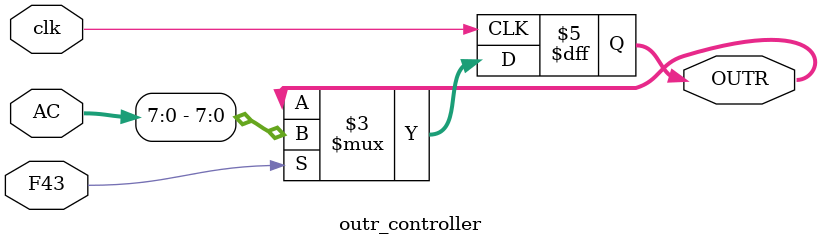
<source format=v>
`timescale 1ns / 1ps
module outr_controller (
    input wire clk,
    input wire F43,                // Control signal
    input wire [15:0] AC,          // 16-bit input register
    output reg [7:0] OUTR = 8'b0   // 8-bit output register (LSB of AC)
);

always @(posedge clk) begin
    if (F43)
        OUTR <= AC[7:0];  // Load lower 8 bits of AC into OUTR
end

endmodule


</source>
